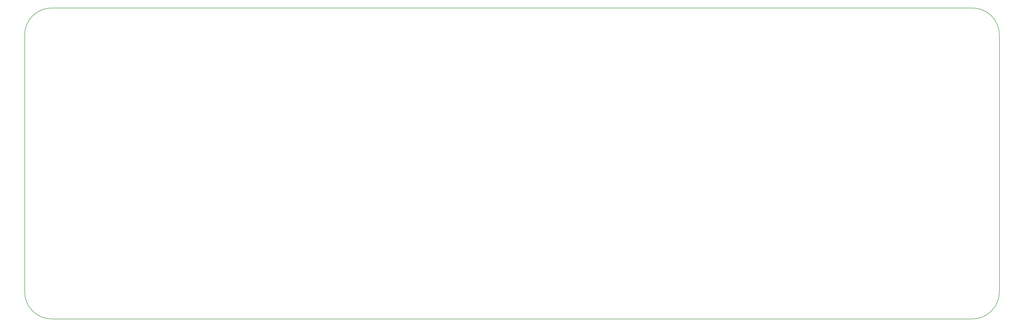
<source format=gm1>
%TF.GenerationSoftware,KiCad,Pcbnew,5.1.12-84ad8e8a86~92~ubuntu20.04.1*%
%TF.CreationDate,2022-07-11T23:01:20-05:00*%
%TF.ProjectId,kilosegment_clock,6b696c6f-7365-4676-9d65-6e745f636c6f,rev?*%
%TF.SameCoordinates,Original*%
%TF.FileFunction,Profile,NP*%
%FSLAX46Y46*%
G04 Gerber Fmt 4.6, Leading zero omitted, Abs format (unit mm)*
G04 Created by KiCad (PCBNEW 5.1.12-84ad8e8a86~92~ubuntu20.04.1) date 2022-07-11 23:01:20*
%MOMM*%
%LPD*%
G01*
G04 APERTURE LIST*
%TA.AperFunction,Profile*%
%ADD10C,0.200000*%
%TD*%
G04 APERTURE END LIST*
D10*
X17200000Y-39000000D02*
X17200000Y-134000000D01*
X27200000Y-144000000D02*
G75*
G02*
X17200000Y-134000000I0J10000000D01*
G01*
X27200000Y-144000000D02*
X367200000Y-144000000D01*
X367200000Y-29000000D02*
X27200000Y-29000000D01*
X17200000Y-39000000D02*
G75*
G02*
X27200000Y-29000000I10000000J0D01*
G01*
X377200000Y-134000000D02*
X377200000Y-39000000D01*
X377200000Y-134000000D02*
G75*
G02*
X367200000Y-144000000I-10000000J0D01*
G01*
X367200001Y-29000000D02*
G75*
G02*
X377200000Y-39000001I-1J-10000000D01*
G01*
M02*

</source>
